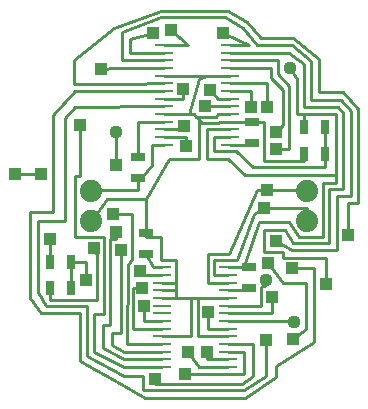
<source format=gtl>
G75*
%MOIN*%
%OFA0B0*%
%FSLAX24Y24*%
%IPPOS*%
%LPD*%
%AMOC8*
5,1,8,0,0,1.08239X$1,22.5*
%
%ADD10R,0.0610X0.0098*%
%ADD11R,0.0472X0.0315*%
%ADD12C,0.0740*%
%ADD13R,0.0315X0.0472*%
%ADD14C,0.0100*%
%ADD15R,0.0436X0.0436*%
%ADD16C,0.0440*%
D10*
X005829Y001674D03*
X005829Y001930D03*
X005829Y002185D03*
X005829Y002441D03*
X005829Y002697D03*
X005829Y002953D03*
X005829Y003209D03*
X005829Y003465D03*
X005829Y003721D03*
X005829Y003977D03*
X005829Y004233D03*
X005829Y004489D03*
X005829Y004744D03*
X005829Y005000D03*
X008034Y005000D03*
X008034Y004744D03*
X008034Y004489D03*
X008034Y004233D03*
X008034Y003977D03*
X008034Y003721D03*
X008034Y003465D03*
X008034Y003209D03*
X008034Y002953D03*
X008034Y002697D03*
X008034Y002441D03*
X008034Y002185D03*
X008034Y001930D03*
X008034Y001674D03*
X008097Y009085D03*
X008097Y009341D03*
X008097Y009597D03*
X008097Y009853D03*
X008097Y010109D03*
X008097Y010365D03*
X008097Y010620D03*
X008097Y010876D03*
X008097Y011132D03*
X008097Y011388D03*
X008097Y011644D03*
X008097Y011900D03*
X008097Y012156D03*
X008097Y012412D03*
X005892Y012412D03*
X005892Y012156D03*
X005892Y011900D03*
X005892Y011644D03*
X005892Y011388D03*
X005892Y011132D03*
X005892Y010876D03*
X005892Y010620D03*
X005892Y010365D03*
X005892Y010109D03*
X005892Y009853D03*
X005892Y009597D03*
X005892Y009341D03*
X005892Y009085D03*
D11*
X005006Y008676D03*
X005006Y007967D03*
X005274Y006148D03*
X005274Y005439D03*
X008723Y005014D03*
X008723Y004306D03*
X008806Y009136D03*
X008806Y009845D03*
D12*
X010656Y007542D03*
X010656Y006542D03*
X003459Y006534D03*
X003459Y007534D03*
D13*
X002798Y005187D03*
X002089Y005187D03*
X002081Y004295D03*
X002790Y004295D03*
X010554Y008762D03*
X011262Y008762D03*
X011262Y009687D03*
X010554Y009687D03*
D14*
X003073Y003467D02*
X003073Y001892D01*
X004451Y001124D01*
X005258Y000652D01*
X008585Y000652D01*
X009609Y001341D01*
X009609Y001695D01*
X010888Y002502D01*
X010888Y004963D01*
X010160Y004963D01*
X009845Y005317D02*
X009845Y005514D01*
X009235Y005514D01*
X009235Y006243D01*
X009924Y006243D01*
X010199Y005809D01*
X011400Y005809D01*
X011400Y007601D01*
X011853Y007601D01*
X011853Y010160D01*
X011695Y010337D01*
X010554Y010337D01*
X010554Y011774D01*
X010042Y012148D01*
X009865Y012156D01*
X008097Y012156D01*
X008097Y011900D02*
X009687Y011900D01*
X009687Y011439D01*
X010061Y011046D01*
X010061Y008939D01*
X009628Y008939D01*
X009215Y008546D02*
X010554Y008546D01*
X010554Y008762D01*
X011262Y008762D02*
X011262Y008329D01*
X008841Y008329D01*
X008290Y008861D01*
X007561Y008861D01*
X007561Y009341D01*
X008097Y009341D01*
X008097Y009597D02*
X007306Y009597D01*
X007306Y008624D01*
X008014Y008624D01*
X008585Y008073D01*
X011617Y008073D01*
X011624Y008073D01*
X011624Y009353D01*
X011620Y010097D01*
X010311Y010104D01*
X010548Y010095D01*
X010554Y009687D01*
X010311Y010104D02*
X010313Y011286D01*
X010097Y011628D01*
X009451Y011644D02*
X009451Y011321D01*
X009845Y010908D01*
X009845Y009727D01*
X009609Y009510D01*
X009215Y009845D02*
X009215Y008546D01*
X008806Y009136D02*
X008715Y009085D01*
X008097Y009085D01*
X008105Y009845D02*
X008806Y009845D01*
X009215Y009845D01*
X009333Y010337D02*
X009333Y011132D01*
X008097Y011132D01*
X008097Y010876D02*
X008782Y010876D01*
X008782Y010357D01*
X008097Y010365D02*
X007306Y010365D01*
X007266Y010376D01*
X006957Y010016D02*
X006877Y010096D01*
X006731Y010109D01*
X007050Y011262D01*
X007294Y011388D01*
X008093Y011392D01*
X008097Y011644D02*
X009451Y011644D01*
X008998Y012404D02*
X008506Y012975D01*
X007935Y013329D01*
X005790Y013341D01*
X004471Y012837D01*
X004471Y011912D01*
X005892Y011900D01*
X005892Y012156D02*
X004766Y012156D01*
X004766Y012601D01*
X005534Y012798D01*
X005892Y012412D02*
X006676Y012408D01*
X006124Y012896D01*
X005802Y013546D02*
X004215Y012975D01*
X002876Y011912D01*
X002876Y011124D01*
X004687Y011124D01*
X005892Y011132D01*
X005892Y010876D02*
X002935Y010869D01*
X002187Y010081D01*
X002187Y006833D01*
X001420Y006833D01*
X001420Y003979D01*
X001774Y003467D01*
X003073Y003467D01*
X003309Y003703D02*
X001951Y003703D01*
X001676Y004176D01*
X001676Y006538D01*
X002581Y006538D01*
X002581Y009983D01*
X002928Y010357D01*
X005892Y010365D01*
X005892Y010620D02*
X006518Y010620D01*
X006518Y010947D01*
X005892Y011388D02*
X007294Y011388D01*
X007404Y010908D02*
X007680Y010620D01*
X008097Y010620D01*
X008097Y010109D02*
X007672Y010109D01*
X007615Y010017D01*
X006957Y010016D01*
X006877Y010096D02*
X007050Y009904D01*
X007140Y009806D01*
X007696Y009816D01*
X007736Y009856D01*
X008097Y009853D01*
X008105Y009845D01*
X007050Y009904D02*
X007050Y008624D01*
X006065Y008624D01*
X005274Y007278D01*
X005274Y006148D01*
X005274Y006026D01*
X005770Y006026D01*
X005770Y005258D01*
X006282Y005258D01*
X006282Y004489D01*
X006282Y004233D01*
X005829Y004233D01*
X005829Y004489D02*
X006282Y004489D01*
X006282Y004233D02*
X006282Y003977D01*
X005829Y003977D01*
X006282Y003977D02*
X006774Y003977D01*
X006774Y002699D01*
X005809Y002699D01*
X005829Y002697D01*
X005829Y002441D02*
X004668Y002441D01*
X004676Y005077D01*
X004815Y005274D01*
X004825Y006774D01*
X004176Y006774D01*
X003656Y006813D02*
X003459Y006534D01*
X003656Y006813D02*
X003971Y007278D01*
X005274Y007278D01*
X005018Y007585D02*
X005018Y007833D01*
X005475Y008408D01*
X005475Y009085D01*
X005892Y009085D01*
X005892Y009341D02*
X006617Y009341D01*
X006617Y009038D01*
X006400Y009597D02*
X006546Y009715D01*
X006400Y009597D02*
X005892Y009597D01*
X005892Y009853D02*
X005006Y009853D01*
X005006Y008676D01*
X004294Y008408D02*
X004294Y009498D01*
X003073Y009727D02*
X003073Y008034D01*
X002935Y008034D01*
X002935Y006006D01*
X003900Y006006D01*
X003900Y003428D01*
X003565Y003428D01*
X003565Y002168D01*
X004550Y001674D01*
X005829Y001674D01*
X005829Y001930D02*
X004557Y001930D01*
X003841Y002306D01*
X003841Y003093D01*
X004097Y003093D01*
X004097Y005947D01*
X004294Y005947D01*
X004294Y006183D01*
X004451Y005573D02*
X004451Y002817D01*
X004136Y002817D01*
X004136Y002404D01*
X004569Y002187D01*
X005829Y002185D01*
X005829Y002953D02*
X004865Y002955D01*
X004865Y004313D01*
X005140Y004313D01*
X005081Y004746D02*
X005081Y004865D01*
X005081Y004746D02*
X005829Y004744D01*
X005829Y005000D02*
X005534Y005002D01*
X005274Y005439D01*
X003644Y005416D02*
X003644Y003904D01*
X002089Y003904D01*
X002081Y004295D01*
X002790Y004295D02*
X002802Y004727D01*
X002802Y004920D01*
X002798Y005187D01*
X003278Y005184D01*
X003274Y004593D01*
X003309Y003703D02*
X003309Y002030D01*
X004569Y001361D01*
X005180Y001361D01*
X005180Y000908D01*
X008565Y000908D01*
X009274Y001380D01*
X009274Y002581D01*
X008841Y002441D02*
X008841Y001380D01*
X008487Y001105D01*
X005573Y001105D01*
X005573Y001262D01*
X006574Y001456D02*
X008557Y001456D01*
X008557Y002184D01*
X008034Y002184D01*
X008034Y002185D01*
X008034Y001930D02*
X007306Y001930D01*
X007306Y002187D01*
X007069Y001674D02*
X006695Y002187D01*
X007006Y002695D02*
X008010Y002695D01*
X008034Y002697D01*
X008034Y002441D02*
X008841Y002441D01*
X008841Y003209D02*
X010018Y003211D01*
X010207Y003183D01*
X010632Y002935D02*
X010632Y004471D01*
X009865Y004471D01*
X009353Y005140D01*
X009845Y005317D02*
X011282Y005317D01*
X011282Y004451D01*
X011636Y005573D02*
X010140Y005573D01*
X009609Y005888D01*
X010042Y006514D02*
X009057Y006514D01*
X008585Y005140D01*
X008723Y005014D01*
X008743Y005000D01*
X008034Y005000D01*
X008034Y004744D02*
X007561Y004744D01*
X007561Y005239D01*
X008329Y005239D01*
X008900Y006774D01*
X009235Y006991D01*
X010656Y006991D01*
X010656Y006542D01*
X010376Y006006D02*
X011176Y006002D01*
X011183Y007306D01*
X011183Y007798D01*
X011617Y007798D01*
X011617Y008073D01*
X011636Y007365D02*
X012109Y007365D01*
X012109Y010199D01*
X011774Y010573D01*
X010790Y010593D01*
X010790Y011872D01*
X010140Y012404D01*
X008998Y012404D01*
X009117Y012640D02*
X008644Y013172D01*
X008014Y013546D01*
X005802Y013546D01*
X005892Y011644D02*
X004274Y011644D01*
X003782Y011617D01*
X005888Y010109D02*
X005892Y010109D01*
X006731Y010109D01*
X008097Y012412D02*
X008719Y012412D01*
X007861Y012825D01*
X009117Y012640D02*
X010180Y012640D01*
X011046Y011951D01*
X011046Y010849D01*
X011853Y010849D01*
X012365Y010278D01*
X012365Y007148D01*
X012030Y007148D01*
X012030Y006073D01*
X011636Y005573D02*
X011636Y007365D01*
X010656Y007542D02*
X010518Y007581D01*
X009313Y007581D01*
X008987Y007581D01*
X008069Y005428D01*
X007341Y005428D01*
X007341Y004489D01*
X008034Y004489D01*
X008034Y004233D02*
X008880Y004233D01*
X008723Y004306D01*
X009117Y004341D02*
X009282Y004400D01*
X009302Y004585D01*
X009117Y004341D02*
X009119Y003723D01*
X008034Y003721D01*
X008034Y003977D02*
X007010Y003977D01*
X006774Y003977D01*
X007010Y003977D02*
X007006Y002695D01*
X007365Y002955D02*
X008034Y002953D01*
X008034Y003209D02*
X008841Y003209D01*
X009491Y003465D02*
X008034Y003465D01*
X007365Y003526D02*
X007365Y002955D01*
X007069Y001674D02*
X008034Y001674D01*
X009491Y003465D02*
X009491Y004018D01*
X010632Y002935D02*
X010199Y002601D01*
X010376Y006006D02*
X010042Y006514D01*
X011262Y008762D02*
X011262Y008802D01*
X011262Y008762D02*
X011262Y009687D01*
X005219Y003703D02*
X005219Y003209D01*
X005829Y003209D01*
X003644Y005416D02*
X003546Y005652D01*
X002089Y005928D02*
X002089Y005187D01*
X003459Y007534D02*
X003518Y007577D01*
X003617Y007585D01*
X005018Y007585D01*
X005006Y007967D01*
X001780Y008112D02*
X000930Y008116D01*
D15*
X000930Y008116D03*
X001780Y008112D03*
X003073Y009727D03*
X004294Y008408D03*
X004176Y006774D03*
X004294Y006183D03*
X004451Y005573D03*
X005081Y004865D03*
X005140Y004313D03*
X005219Y003703D03*
X006695Y002187D03*
X007306Y002187D03*
X006574Y001456D03*
X005573Y001262D03*
X007365Y003526D03*
X009274Y002581D03*
X010199Y002601D03*
X009491Y004018D03*
X010160Y004963D03*
X009353Y005140D03*
X009609Y005888D03*
X009235Y006991D03*
X009313Y007581D03*
X009628Y008939D03*
X009609Y009510D03*
X009333Y010337D03*
X008782Y010357D03*
X007404Y010908D03*
X007266Y010376D03*
X006518Y010947D03*
X006546Y009715D03*
X006617Y009038D03*
X003782Y011617D03*
X005534Y012798D03*
X006124Y012896D03*
X007861Y012825D03*
X012030Y006073D03*
X011282Y004451D03*
X003546Y005652D03*
X003274Y004593D03*
X002089Y005928D03*
D16*
X004294Y009498D03*
X009302Y004585D03*
X010207Y003183D03*
X010097Y011628D03*
M02*

</source>
